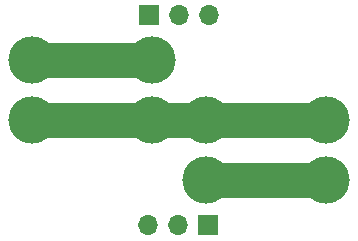
<source format=gbl>
G04 #@! TF.FileFunction,Copper,L2,Bot,Signal*
%FSLAX46Y46*%
G04 Gerber Fmt 4.6, Leading zero omitted, Abs format (unit mm)*
G04 Created by KiCad (PCBNEW 4.0.7) date 04/16/19 16:10:46*
%MOMM*%
%LPD*%
G01*
G04 APERTURE LIST*
%ADD10C,0.100000*%
%ADD11C,4.000500*%
%ADD12R,1.700000X1.700000*%
%ADD13O,1.700000X1.700000*%
%ADD14C,3.000000*%
G04 APERTURE END LIST*
D10*
D11*
X-17526000Y-5080000D03*
X-27686000Y-5080000D03*
X-12954000Y-15240000D03*
X-2794000Y-15240000D03*
X-17526000Y-10160000D03*
X-27686000Y-10160000D03*
X-12954000Y-10160000D03*
X-2794000Y-10160000D03*
D12*
X-17780000Y-1270000D03*
D13*
X-15240000Y-1270000D03*
X-12700000Y-1270000D03*
D12*
X-12788900Y-19050000D03*
D13*
X-15328900Y-19050000D03*
X-17868900Y-19050000D03*
D14*
X-17526000Y-5080000D02*
X-27686000Y-5080000D01*
X-2794000Y-15240000D02*
X-12954000Y-15240000D01*
X-12954000Y-10160000D02*
X-17526000Y-10160000D01*
X-12954000Y-10160000D02*
X-2794000Y-10160000D01*
X-17526000Y-10160000D02*
X-27686000Y-10160000D01*
M02*

</source>
